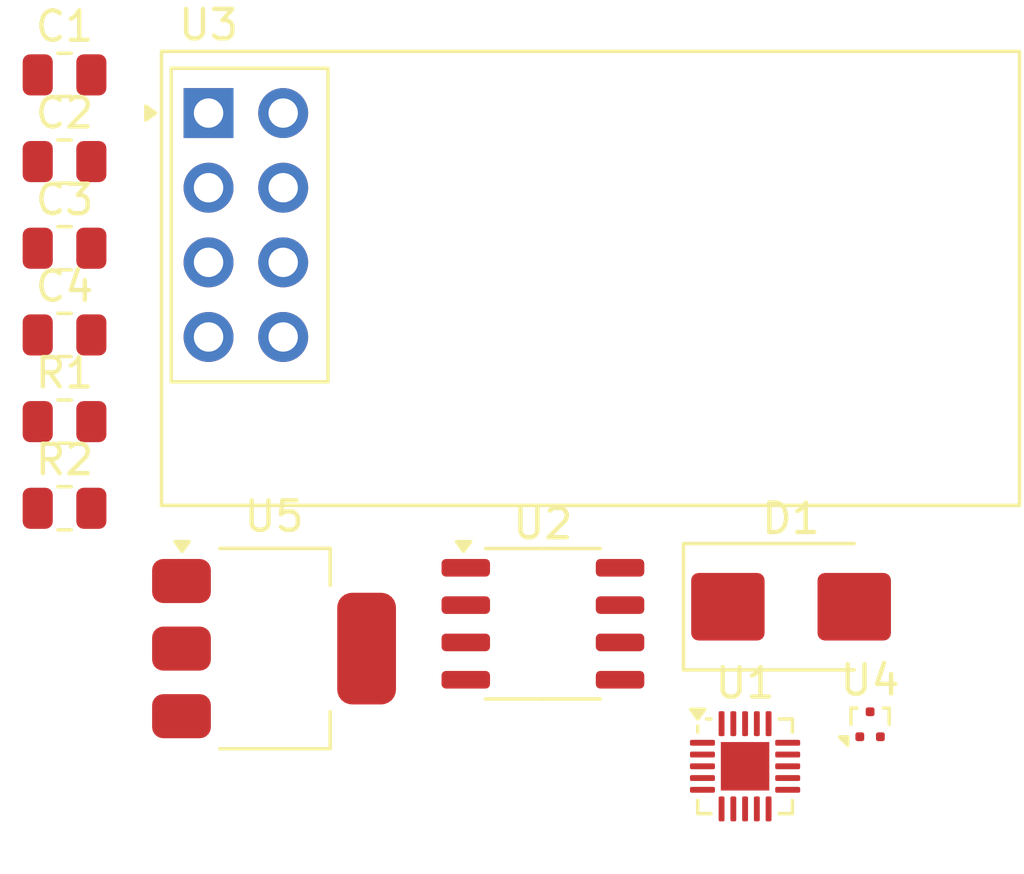
<source format=kicad_pcb>
(kicad_pcb (version 20241229) (generator "pcbnew") (generator_version "9.0")
  (layers (0 "F.Cu" signal) (2 "B.Cu" signal) (13 "F.Paste" user) (15 "B.Paste" user) (5 "F.SilkS" user "F.Silkscreen") (7 "B.SilkS" user "B.Silkscreen") (1 "F.Mask" user) (3 "B.Mask" user) (25 "Edge.Cuts" user))
  (net 0 "")
  (net 1 "+3V3")
  (net 2 "GND")
  (net 3 "+5V")
  (net 4 "Net-(U2-V3)")
  (net 5 "Net-(J1-CC1)")
  (net 6 "Net-(J1-CC2)")
  (net 7 "NRF24L01_CE")
  (net 8 "Net-(U1-VSS-Pad21)")
  (net 13 "MCU_SPI_MOSI")
  (net 14 "MCU_SPI_MISO")
  (net 22 "MCU_SPI_CS")
  (net 23 "MCU_SPI_CLK")
  (net 27 "MCU_UART_TX")
  (net 29 "MCU_UART_RX")
  (net 30 "Net-(U2-UD+)")
  (net 31 "Net-(U2-UD-)")
  (footprint "Package_TO_SOT_SMD:Texas_DRT-3" (layer "F.Cu") (at 61.65 48.575)
    (property "Reference" "U4" (at 0 -1.5 0) (layer "F.SilkS"))
    (property "Value" "TPD2EUSB30")
    (fp_line (start -0.65 -0.55) (end -0.45 -0.55) (stroke (width 0.12)) (layer "F.SilkS"))
    (fp_line (start -0.65 0) (end -0.65 -0.55) (stroke (width 0.12)) (layer "F.SilkS"))
    (fp_line (start 0.65 -0.55) (end 0.45 -0.55) (stroke (width 0.12)) (layer "F.SilkS"))
    (fp_line (start 0.65 0) (end 0.65 -0.55) (stroke (width 0.12)) (layer "F.SilkS"))
    (fp_poly (pts (xy -0.76 0.43) (xy -0.76 0.71) (xy -1.04 0.43) (xy -0.76 0.43)) (stroke (width 0.12)) (fill yes) (layer "F.SilkS"))
    (pad "1" smd roundrect (at -0.35 0.425) (size 0.3 0.3) (layers "F.Cu" "F.Mask" "F.Paste") (net 30 "Net-(U2-UD+)"))
    (pad "2" smd roundrect (at 0.35 0.425) (size 0.3 0.3) (layers "F.Cu" "F.Mask" "F.Paste") (net 31 "Net-(U2-UD-)"))
    (pad "3" smd roundrect (at 0 -0.425) (size 0.3 0.3) (layers "F.Cu" "F.Mask" "F.Paste") (net 2 "GND"))
  )
  (footprint "Package_DFN_QFN:QFN-20-1EP_3x3mm_P0.4mm_EP1.65x1.65mm" (layer "F.Cu") (at 57.395 50.005)
    (property "Reference" "U1" (at 0 -2.83 0) (layer "F.SilkS"))
    (property "Value" "CH32V003FxUx")
    (fp_line (start -1.61 -1.16) (end -1.61 -1.37) (stroke (width 0.12)) (layer "F.SilkS"))
    (fp_line (start -1.61 1.61) (end -1.61 1.16) (stroke (width 0.12)) (layer "F.SilkS"))
    (fp_line (start -1.16 -1.61) (end -1.31 -1.61) (stroke (width 0.12)) (layer "F.SilkS"))
    (fp_line (start -1.16 1.61) (end -1.61 1.61) (stroke (width 0.12)) (layer "F.SilkS"))
    (fp_line (start 1.16 -1.61) (end 1.61 -1.61) (stroke (width 0.12)) (layer "F.SilkS"))
    (fp_line (start 1.16 1.61) (end 1.61 1.61) (stroke (width 0.12)) (layer "F.SilkS"))
    (fp_line (start 1.61 -1.61) (end 1.61 -1.16) (stroke (width 0.12)) (layer "F.SilkS"))
    (fp_line (start 1.61 1.61) (end 1.61 1.16) (stroke (width 0.12)) (layer "F.SilkS"))
    (fp_poly (pts (xy -1.61 -1.61) (xy -1.85 -1.94) (xy -1.37 -1.94)) (stroke (width 0.12)) (fill yes) (layer "F.SilkS"))
    (pad "1" smd roundrect (at -1.45 -0.8) (size 0.85 0.2) (layers "F.Cu" "F.Mask" "F.Paste"))
    (pad "2" smd roundrect (at -1.45 -0.4) (size 0.85 0.2) (layers "F.Cu" "F.Mask" "F.Paste"))
    (pad "3" smd roundrect (at -1.45 0) (size 0.85 0.2) (layers "F.Cu" "F.Mask" "F.Paste"))
    (pad "4" smd roundrect (at -1.45 0.4) (size 0.85 0.2) (layers "F.Cu" "F.Mask" "F.Paste") (net 8 "Net-(U1-VSS-Pad21)"))
    (pad "5" smd roundrect (at -1.45 0.8) (size 0.85 0.2) (layers "F.Cu" "F.Mask" "F.Paste"))
    (pad "6" smd roundrect (at -0.8 1.45) (size 0.2 0.85) (layers "F.Cu" "F.Mask" "F.Paste"))
    (pad "7" smd roundrect (at -0.4 1.45) (size 0.2 0.85) (layers "F.Cu" "F.Mask" "F.Paste") (net 22 "MCU_SPI_CS"))
    (pad "8" smd roundrect (at 0 1.45) (size 0.2 0.85) (layers "F.Cu" "F.Mask" "F.Paste"))
    (pad "9" smd roundrect (at 0.4 1.45) (size 0.2 0.85) (layers "F.Cu" "F.Mask" "F.Paste"))
    (pad "10" smd roundrect (at 0.8 1.45) (size 0.2 0.85) (layers "F.Cu" "F.Mask" "F.Paste"))
    (pad "11" smd roundrect (at 1.45 0.8) (size 0.85 0.2) (layers "F.Cu" "F.Mask" "F.Paste") (net 7 "NRF24L01_CE"))
    (pad "12" smd roundrect (at 1.45 0.4) (size 0.85 0.2) (layers "F.Cu" "F.Mask" "F.Paste") (net 23 "MCU_SPI_CLK"))
    (pad "13" smd roundrect (at 1.45 0) (size 0.85 0.2) (layers "F.Cu" "F.Mask" "F.Paste") (net 13 "MCU_SPI_MOSI"))
    (pad "14" smd roundrect (at 1.45 -0.4) (size 0.85 0.2) (layers "F.Cu" "F.Mask" "F.Paste") (net 14 "MCU_SPI_MISO"))
    (pad "15" smd roundrect (at 1.45 -0.8) (size 0.85 0.2) (layers "F.Cu" "F.Mask" "F.Paste"))
    (pad "16" smd roundrect (at 0.8 -1.45) (size 0.2 0.85) (layers "F.Cu" "F.Mask" "F.Paste"))
    (pad "17" smd roundrect (at 0.4 -1.45) (size 0.2 0.85) (layers "F.Cu" "F.Mask" "F.Paste"))
    (pad "18" smd roundrect (at 0 -1.45) (size 0.2 0.85) (layers "F.Cu" "F.Mask" "F.Paste"))
    (pad "19" smd roundrect (at -0.4 -1.45) (size 0.2 0.85) (layers "F.Cu" "F.Mask" "F.Paste"))
    (pad "20" smd roundrect (at -0.8 -1.45) (size 0.2 0.85) (layers "F.Cu" "F.Mask" "F.Paste"))
    (pad "21" smd rect (at 0 0) (size 1.65 1.65) (property pad_prop_heatsink) (layers "F.Cu" "F.Mask") (net 8 "Net-(U1-VSS-Pad21)"))
  )
  (footprint "Resistor_SMD:R_0805_2012Metric" (layer "F.Cu") (at 34.235 41.225)
    (property "Reference" "R2" (at 0 -1.65 0) (layer "F.SilkS"))
    (property "Value" "5.1k")
    (fp_line (start -0.227064 -0.735) (end 0.227064 -0.735) (stroke (width 0.12)) (layer "F.SilkS"))
    (fp_line (start -0.227064 0.735) (end 0.227064 0.735) (stroke (width 0.12)) (layer "F.SilkS"))
    (pad "1" smd roundrect (at -0.9125 0) (size 1.025 1.4) (layers "F.Cu" "F.Mask" "F.Paste") (roundrect_rratio 0.243902) (net 6 "Net-(J1-CC2)"))
    (pad "2" smd roundrect (at 0.9125 0) (size 1.025 1.4) (layers "F.Cu" "F.Mask" "F.Paste") (roundrect_rratio 0.243902) (net 2 "GND"))
  )
  (footprint "Resistor_SMD:R_0805_2012Metric" (layer "F.Cu") (at 34.235 29.425)
    (property "Reference" "C2" (at 0 -1.65 0) (layer "F.SilkS"))
    (property "Value" "10uF")
    (fp_line (start -0.227064 -0.735) (end 0.227064 -0.735) (stroke (width 0.12)) (layer "F.SilkS"))
    (fp_line (start -0.227064 0.735) (end 0.227064 0.735) (stroke (width 0.12)) (layer "F.SilkS"))
    (pad "1" smd roundrect (at -0.9125 0) (size 1.025 1.4) (layers "F.Cu" "F.Mask" "F.Paste") (roundrect_rratio 0.243902) (net 3 "+5V"))
    (pad "2" smd roundrect (at 0.9125 0) (size 1.025 1.4) (layers "F.Cu" "F.Mask" "F.Paste") (roundrect_rratio 0.243902) (net 2 "GND"))
  )
  (footprint "Resistor_SMD:R_0805_2012Metric" (layer "F.Cu") (at 34.235 38.275)
    (property "Reference" "R1" (at 0 -1.65 0) (layer "F.SilkS"))
    (property "Value" "5.1k")
    (fp_line (start -0.227064 -0.735) (end 0.227064 -0.735) (stroke (width 0.12)) (layer "F.SilkS"))
    (fp_line (start -0.227064 0.735) (end 0.227064 0.735) (stroke (width 0.12)) (layer "F.SilkS"))
    (pad "1" smd roundrect (at -0.9125 0) (size 1.025 1.4) (layers "F.Cu" "F.Mask" "F.Paste") (roundrect_rratio 0.243902) (net 5 "Net-(J1-CC1)"))
    (pad "2" smd roundrect (at 0.9125 0) (size 1.025 1.4) (layers "F.Cu" "F.Mask" "F.Paste") (roundrect_rratio 0.243902) (net 2 "GND"))
  )
  (footprint "Resistor_SMD:R_0805_2012Metric" (layer "F.Cu") (at 34.235 32.375)
    (property "Reference" "C3" (at 0 -1.65 0) (layer "F.SilkS"))
    (property "Value" "22uF")
    (fp_line (start -0.227064 -0.735) (end 0.227064 -0.735) (stroke (width 0.12)) (layer "F.SilkS"))
    (fp_line (start -0.227064 0.735) (end 0.227064 0.735) (stroke (width 0.12)) (layer "F.SilkS"))
    (pad "1" smd roundrect (at -0.9125 0) (size 1.025 1.4) (layers "F.Cu" "F.Mask" "F.Paste") (roundrect_rratio 0.243902) (net 1 "+3V3"))
    (pad "2" smd roundrect (at 0.9125 0) (size 1.025 1.4) (layers "F.Cu" "F.Mask" "F.Paste") (roundrect_rratio 0.243902) (net 2 "GND"))
  )
  (footprint "Resistor_SMD:R_0805_2012Metric" (layer "F.Cu") (at 34.235 35.325)
    (property "Reference" "C4" (at 0 -1.65 0) (layer "F.SilkS"))
    (property "Value" "0.1uF")
    (fp_line (start -0.227064 -0.735) (end 0.227064 -0.735) (stroke (width 0.12)) (layer "F.SilkS"))
    (fp_line (start -0.227064 0.735) (end 0.227064 0.735) (stroke (width 0.12)) (layer "F.SilkS"))
    (pad "1" smd roundrect (at -0.9125 0) (size 1.025 1.4) (layers "F.Cu" "F.Mask" "F.Paste") (roundrect_rratio 0.243902) (net 4 "Net-(U2-V3)"))
    (pad "2" smd roundrect (at 0.9125 0) (size 1.025 1.4) (layers "F.Cu" "F.Mask" "F.Paste") (roundrect_rratio 0.243902) (net 2 "GND"))
  )
  (footprint "Package_TO_SOT_SMD:SOT-223-3_TabPin2" (layer "F.Cu") (at 41.365 46)
    (property "Reference" "U5" (at 0 -4.5 0) (layer "F.SilkS"))
    (property "Value" "AMS1117-3.3")
    (fp_line (start -1.85 -3.41) (end 1.91 -3.41) (stroke (width 0.12)) (layer "F.SilkS"))
    (fp_line (start -1.85 3.41) (end 1.91 3.41) (stroke (width 0.12)) (layer "F.SilkS"))
    (fp_line (start 1.91 -3.41) (end 1.91 -2.15) (stroke (width 0.12)) (layer "F.SilkS"))
    (fp_line (start 1.91 3.41) (end 1.91 2.15) (stroke (width 0.12)) (layer "F.SilkS"))
    (fp_poly (pts (xy -3.13 -3.31) (xy -3.37 -3.64) (xy -2.89 -3.64) (xy -3.13 -3.31)) (stroke (width 0.12)) (fill yes) (layer "F.SilkS"))
    (pad "1" smd roundrect (at -3.15 -2.3) (size 2 1.5) (layers "F.Cu" "F.Mask" "F.Paste") (net 2 "GND"))
    (pad "2" smd roundrect (at -3.15 0) (size 2 1.5) (layers "F.Cu" "F.Mask" "F.Paste") (net 1 "+3V3"))
    (pad "2" smd roundrect (at 3.15 0) (size 2 3.8) (layers "F.Cu" "F.Mask" "F.Paste") (net 1 "+3V3"))
    (pad "3" smd roundrect (at -3.15 2.3) (size 2 1.5) (layers "F.Cu" "F.Mask" "F.Paste") (net 3 "+5V"))
  )
  (footprint "RF_Module:nRF24L01_Breakout" (layer "F.Cu") (at 39.136 27.775)
    (property "Reference" "U3" (at 0 -3 0) (layer "F.SilkS"))
    (property "Value" "NRF24L01_Breakout")
    (fp_line (start -1.6 -2.1) (end -1.6 -2.1) (stroke (width 0.12)) (layer "F.SilkS"))
    (fp_line (start -1.6 -2.1) (end 27.6 -2.1) (stroke (width 0.12)) (layer "F.SilkS"))
    (fp_line (start -1.6 13.35) (end -1.6 -2.1) (stroke (width 0.12)) (layer "F.SilkS"))
    (fp_line (start -1.27 -1.524) (end -1.27 -1.524) (stroke (width 0.12)) (layer "F.SilkS"))
    (fp_line (start -1.27 -1.524) (end 4.064 -1.524) (stroke (width 0.12)) (layer "F.SilkS"))
    (fp_line (start -1.27 9.144) (end -1.27 -1.524) (stroke (width 0.12)) (layer "F.SilkS"))
    (fp_line (start -1.27 9.144) (end -1.27 9.144) (stroke (width 0.12)) (layer "F.SilkS"))
    (fp_line (start 4.064 -1.524) (end 4.064 9.144) (stroke (width 0.12)) (layer "F.SilkS"))
    (fp_line (start 4.064 9.144) (end -1.27 9.144) (stroke (width 0.12)) (layer "F.SilkS"))
    (fp_line (start 27.6 -2.1) (end 27.6 13.35) (stroke (width 0.12)) (layer "F.SilkS"))
    (fp_line (start 27.6 13.35) (end -1.6 13.35) (stroke (width 0.12)) (layer "F.SilkS"))
    (fp_poly (pts (xy -1.8 0) (xy -2.136 0.24) (xy -2.136 -0.24) (xy -1.8 0)) (stroke (width 0.12)) (fill yes) (layer "F.SilkS"))
    (pad "1" thru_hole rect (at 0 0) (size 1.7 1.7) (drill 1) (layers "*.Cu" "*.Mask") (net 2 "GND"))
    (pad "2" thru_hole circle (at 2.54 0) (size 1.7 1.7) (drill 1) (layers "*.Cu" "*.Mask") (net 1 "+3V3"))
    (pad "3" thru_hole circle (at 0 2.54) (size 1.7 1.7) (drill 1) (layers "*.Cu" "*.Mask") (net 7 "NRF24L01_CE"))
    (pad "4" thru_hole circle (at 2.54 2.54) (size 1.7 1.7) (drill 1) (layers "*.Cu" "*.Mask") (net 22 "MCU_SPI_CS"))
    (pad "5" thru_hole circle (at 0 5.08) (size 1.7 1.7) (drill 1) (layers "*.Cu" "*.Mask") (net 23 "MCU_SPI_CLK"))
    (pad "6" thru_hole circle (at 2.54 5.08) (size 1.7 1.7) (drill 1) (layers "*.Cu" "*.Mask") (net 13 "MCU_SPI_MOSI"))
    (pad "7" thru_hole circle (at 0 7.62) (size 1.7 1.7) (drill 1) (layers "*.Cu" "*.Mask") (net 14 "MCU_SPI_MISO"))
    (pad "8" thru_hole circle (at 2.54 7.62) (size 1.7 1.7) (drill 1) (layers "*.Cu" "*.Mask") (net 2 "GND"))
  )
  (footprint "Resistor_SMD:R_0805_2012Metric" (layer "F.Cu") (at 34.235 26.475)
    (property "Reference" "C1" (at 0 -1.65 0) (layer "F.SilkS"))
    (property "Value" "10uF")
    (fp_line (start -0.227064 -0.735) (end 0.227064 -0.735) (stroke (width 0.12)) (layer "F.SilkS"))
    (fp_line (start -0.227064 0.735) (end 0.227064 0.735) (stroke (width 0.12)) (layer "F.SilkS"))
    (pad "1" smd roundrect (at -0.9125 0) (size 1.025 1.4) (layers "F.Cu" "F.Mask" "F.Paste") (roundrect_rratio 0.243902) (net 1 "+3V3"))
    (pad "2" smd roundrect (at 0.9125 0) (size 1.025 1.4) (layers "F.Cu" "F.Mask" "F.Paste") (roundrect_rratio 0.243902) (net 2 "GND"))
  )
  (footprint "Package_SO:SOP-8_3.9x4.9mm_P1.27mm" (layer "F.Cu") (at 50.515 45.155)
    (property "Reference" "U2" (at 0 -3.4 0) (layer "F.SilkS"))
    (property "Value" "CH340N")
    (fp_line (start 0 -2.56) (end -1.95 -2.56) (stroke (width 0.12)) (layer "F.SilkS"))
    (fp_line (start 0 -2.56) (end 1.95 -2.56) (stroke (width 0.12)) (layer "F.SilkS"))
    (fp_line (start 0 2.56) (end -1.95 2.56) (stroke (width 0.12)) (layer "F.SilkS"))
    (fp_line (start 0 2.56) (end 1.95 2.56) (stroke (width 0.12)) (layer "F.SilkS"))
    (fp_poly (pts (xy -2.7 -2.465) (xy -2.94 -2.795) (xy -2.46 -2.795)) (stroke (width 0.12)) (fill yes) (layer "F.SilkS"))
    (pad "1" smd roundrect (at -2.625 -1.905) (size 1.65 0.6) (layers "F.Cu" "F.Mask" "F.Paste") (net 30 "Net-(U2-UD+)"))
    (pad "2" smd roundrect (at -2.625 -0.635) (size 1.65 0.6) (layers "F.Cu" "F.Mask" "F.Paste") (net 31 "Net-(U2-UD-)"))
    (pad "3" smd roundrect (at -2.625 0.635) (size 1.65 0.6) (layers "F.Cu" "F.Mask" "F.Paste") (net 2 "GND"))
    (pad "4" smd roundrect (at -2.625 1.905) (size 1.65 0.6) (layers "F.Cu" "F.Mask" "F.Paste"))
    (pad "5" smd roundrect (at 2.625 1.905) (size 1.65 0.6) (layers "F.Cu" "F.Mask" "F.Paste") (net 3 "+5V"))
    (pad "6" smd roundrect (at 2.625 0.635) (size 1.65 0.6) (layers "F.Cu" "F.Mask" "F.Paste") (net 29 "MCU_UART_RX"))
    (pad "7" smd roundrect (at 2.625 -0.635) (size 1.65 0.6) (layers "F.Cu" "F.Mask" "F.Paste") (net 27 "MCU_UART_TX"))
    (pad "8" smd roundrect (at 2.625 -1.905) (size 1.65 0.6) (layers "F.Cu" "F.Mask" "F.Paste") (net 4 "Net-(U2-V3)"))
  )
  (footprint "Diode_SMD:D_SMB" (layer "F.Cu") (at 58.96 44.575)
    (property "Reference" "D1" (at 0 -3 0) (layer "F.SilkS"))
    (property "Value" "5v_TVS")
    (fp_line (start -3.66 -2.15) (end -3.66 2.15) (stroke (width 0.12)) (layer "F.SilkS"))
    (fp_line (start -3.66 -2.15) (end 2.15 -2.15) (stroke (width 0.12)) (layer "F.SilkS"))
    (fp_line (start -3.66 2.15) (end 2.15 2.15) (stroke (width 0.12)) (layer "F.SilkS"))
    (pad "1" smd roundrect (at -2.15 0) (size 2.5 2.3) (layers "F.Cu" "F.Mask" "F.Paste") (roundrect_rratio 0.1086956522) (net 2 "GND"))
    (pad "2" smd roundrect (at 2.15 0) (size 2.5 2.3) (layers "F.Cu" "F.Mask" "F.Paste") (roundrect_rratio 0.1086956522) (net 3 "+5V"))
  )
)
</source>
